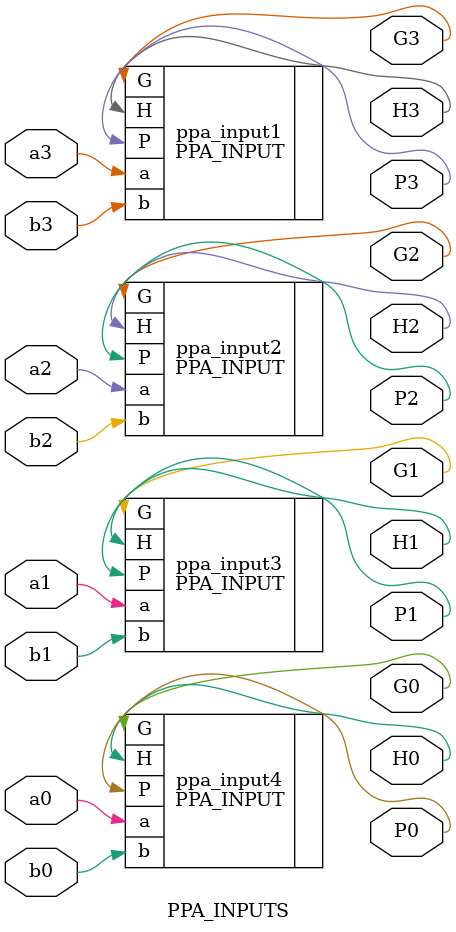
<source format=v>
`include "second_stage/ppa_input.v"

module PPA_INPUTS (
    a3, b3,
    a2, b2,
    a1, b1,
    a0, b0,
    H3, G3, P3,
    H2, G2, P2,
    H1, G1, P1,
    H0, G0, P0
);
    input   a3, b3,
            a2, b2,
            a1, b1,
            a0, b0;

    output  H3, G3, P3,
            H2, G2, P2,
            H1, G1, P1,
            H0, G0, P0;

    PPA_INPUT ppa_input1 (
        .a(a3), .b(b3),
        .H(H3), .G(G3), .P(P3)
    );

    PPA_INPUT ppa_input2 (
        .a(a2), .b(b2),
        .H(H2), .G(G2), .P(P2)
    );

    PPA_INPUT ppa_input3 (
        .a(a1), .b(b1),
        .H(H1), .G(G1), .P(P1)
    );

    PPA_INPUT ppa_input4 (
        .a(a0), .b(b0),
        .H(H0), .G(G0), .P(P0)
    );

endmodule
</source>
